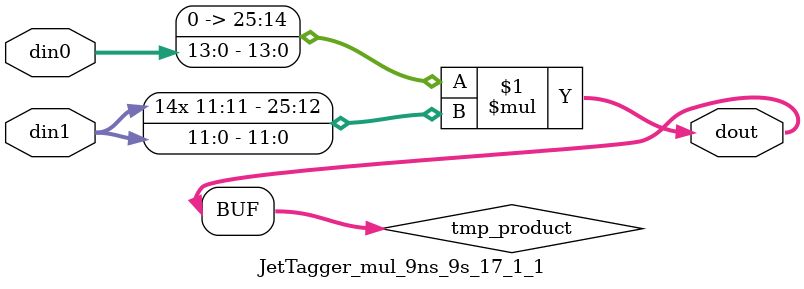
<source format=v>

`timescale 1 ns / 1 ps

  module JetTagger_mul_9ns_9s_17_1_1(din0, din1, dout);
parameter ID = 1;
parameter NUM_STAGE = 0;
parameter din0_WIDTH = 14;
parameter din1_WIDTH = 12;
parameter dout_WIDTH = 26;

input [din0_WIDTH - 1 : 0] din0; 
input [din1_WIDTH - 1 : 0] din1; 
output [dout_WIDTH - 1 : 0] dout;

wire signed [dout_WIDTH - 1 : 0] tmp_product;











assign tmp_product = $signed({1'b0, din0}) * $signed(din1);










assign dout = tmp_product;







endmodule

</source>
